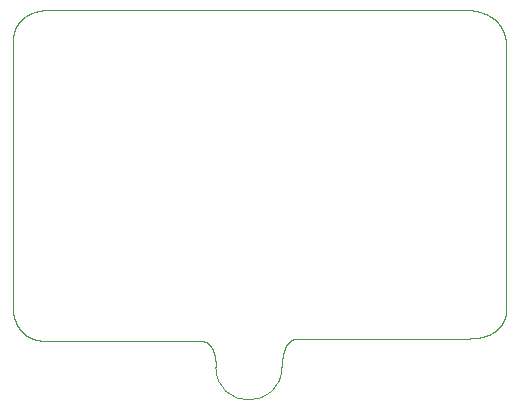
<source format=gbr>
%TF.GenerationSoftware,KiCad,Pcbnew,9.0.3+1*%
%TF.CreationDate,2025-09-03T21:21:14+02:00*%
%TF.ProjectId,Micro-VX,4d696372-6f2d-4565-982e-6b696361645f,rev?*%
%TF.SameCoordinates,Original*%
%TF.FileFunction,Profile,NP*%
%FSLAX46Y46*%
G04 Gerber Fmt 4.6, Leading zero omitted, Abs format (unit mm)*
G04 Created by KiCad (PCBNEW 9.0.3+1) date 2025-09-03 21:21:14*
%MOMM*%
%LPD*%
G01*
G04 APERTURE LIST*
%TA.AperFunction,Profile*%
%ADD10C,0.050000*%
%TD*%
%ADD11C,0.050000*%
G04 APERTURE END LIST*
D10*
X68943198Y-59934676D02*
X55143198Y-59934676D01*
D11*
X30343198Y-34934676D02*
X30343208Y-34925521D01*
X30343238Y-34916386D01*
X30343288Y-34907270D01*
X30343358Y-34898175D01*
X30343447Y-34889100D01*
X30343556Y-34880044D01*
X30343686Y-34871008D01*
X30343834Y-34861992D01*
X30344003Y-34852995D01*
X30344191Y-34844018D01*
X30344398Y-34835061D01*
X30344626Y-34826123D01*
X30344872Y-34817205D01*
X30345138Y-34808306D01*
X30345424Y-34799426D01*
X30345729Y-34790567D01*
X30346053Y-34781726D01*
X30346396Y-34772904D01*
X30346759Y-34764102D01*
X30347141Y-34755319D01*
X30347542Y-34746555D01*
X30347962Y-34737811D01*
X30348401Y-34729085D01*
X30348860Y-34720379D01*
X30349337Y-34711691D01*
X30349833Y-34703022D01*
X30350349Y-34694372D01*
X30350883Y-34685742D01*
X30351436Y-34677129D01*
X30352007Y-34668536D01*
X30352598Y-34659961D01*
X30353207Y-34651406D01*
X30353835Y-34642868D01*
X30354482Y-34634350D01*
X30355147Y-34625850D01*
X30355831Y-34617369D01*
X30356534Y-34608905D01*
X30357254Y-34600461D01*
X30357994Y-34592034D01*
X30358752Y-34583627D01*
X30359528Y-34575237D01*
X30360323Y-34566866D01*
X30361136Y-34558513D01*
X30361967Y-34550178D01*
X30362816Y-34541861D01*
X30363684Y-34533563D01*
X30364570Y-34525282D01*
X30365474Y-34517020D01*
X30366396Y-34508775D01*
X30367337Y-34500549D01*
X30368295Y-34492340D01*
X30369271Y-34484150D01*
X30370266Y-34475977D01*
X30371278Y-34467822D01*
X30372309Y-34459684D01*
X30373357Y-34451565D01*
X30374423Y-34443463D01*
X30375506Y-34435379D01*
X30376608Y-34427311D01*
X30377728Y-34419263D01*
X30378865Y-34411230D01*
X30380020Y-34403217D01*
X30381192Y-34395219D01*
X30382382Y-34387240D01*
X30383590Y-34379278D01*
X30384815Y-34371334D01*
X30386058Y-34363405D01*
X30387319Y-34355496D01*
X30388597Y-34347602D01*
X30389892Y-34339726D01*
X30391205Y-34331867D01*
X30392535Y-34324026D01*
X30393883Y-34316200D01*
X30395247Y-34308393D01*
X30396630Y-34300601D01*
X30398029Y-34292828D01*
X30399446Y-34285070D01*
X30400880Y-34277331D01*
X30402331Y-34269607D01*
X30403800Y-34261901D01*
X30405285Y-34254210D01*
X30406788Y-34246538D01*
X30408308Y-34238880D01*
X30409844Y-34231241D01*
X30411398Y-34223617D01*
X30412969Y-34216011D01*
X30414557Y-34208419D01*
X30416162Y-34200846D01*
X30417784Y-34193288D01*
X30419422Y-34185747D01*
X30421078Y-34178222D01*
X30422750Y-34170714D01*
X30424439Y-34163221D01*
X30426145Y-34155746D01*
X30427868Y-34148285D01*
X30429608Y-34140842D01*
X30431364Y-34133413D01*
X30433137Y-34126003D01*
X30434927Y-34118606D01*
X30436733Y-34111228D01*
X30438557Y-34103863D01*
X30440396Y-34096517D01*
X30442253Y-34089184D01*
X30444126Y-34081869D01*
X30446015Y-34074568D01*
X30447921Y-34067285D01*
X30449844Y-34060015D01*
X30451783Y-34052764D01*
X30453739Y-34045526D01*
X30455710Y-34038306D01*
X30457699Y-34031098D01*
X30459704Y-34023910D01*
X30461725Y-34016733D01*
X30463763Y-34009576D01*
X30465817Y-34002431D01*
X30467887Y-33995304D01*
X30469974Y-33988189D01*
X30472077Y-33981093D01*
X30474196Y-33974010D01*
X30476331Y-33966944D01*
X30478484Y-33959891D01*
X30480651Y-33952856D01*
X30482836Y-33945833D01*
X30485036Y-33938829D01*
X30489485Y-33924862D01*
X30493999Y-33910955D01*
X30498578Y-33897109D01*
X30503220Y-33883322D01*
X30507927Y-33869594D01*
X30512699Y-33855926D01*
X30517534Y-33842317D01*
X30522433Y-33828766D01*
X30527395Y-33815274D01*
X30532422Y-33801839D01*
X30537512Y-33788463D01*
X30542665Y-33775144D01*
X30547882Y-33761883D01*
X30553162Y-33748679D01*
X30558506Y-33735532D01*
X30563912Y-33722441D01*
X30569382Y-33709407D01*
X30574915Y-33696429D01*
X30580510Y-33683507D01*
X30586168Y-33670641D01*
X30591890Y-33657830D01*
X30597674Y-33645074D01*
X30603520Y-33632374D01*
X30609429Y-33619728D01*
X30615401Y-33607137D01*
X30621436Y-33594600D01*
X30627533Y-33582118D01*
X30633692Y-33569689D01*
X30639914Y-33557314D01*
X30646198Y-33544993D01*
X30652545Y-33532725D01*
X30658954Y-33520510D01*
X30665425Y-33508349D01*
X30671959Y-33496239D01*
X30678555Y-33484183D01*
X30685214Y-33472179D01*
X30691935Y-33460227D01*
X30698718Y-33448327D01*
X30705563Y-33436479D01*
X30712471Y-33424682D01*
X30719441Y-33412937D01*
X30726474Y-33401243D01*
X30733569Y-33389601D01*
X30740727Y-33378009D01*
X30747946Y-33366468D01*
X30755229Y-33354978D01*
X30762574Y-33343538D01*
X30769981Y-33332149D01*
X30777451Y-33320810D01*
X30784984Y-33309521D01*
X30792579Y-33298281D01*
X30800237Y-33287092D01*
X30807958Y-33275952D01*
X30815741Y-33264862D01*
X30823588Y-33253820D01*
X30831497Y-33242829D01*
X30839470Y-33231886D01*
X30847505Y-33220992D01*
X30855604Y-33210147D01*
X30863766Y-33199351D01*
X30871991Y-33188603D01*
X30880280Y-33177904D01*
X30888632Y-33167254D01*
X30897047Y-33156652D01*
X30905526Y-33146098D01*
X30914069Y-33135592D01*
X30922676Y-33125134D01*
X30931346Y-33114724D01*
X30940081Y-33104362D01*
X30948879Y-33094048D01*
X30957742Y-33083782D01*
X30966669Y-33073563D01*
X30975661Y-33063392D01*
X30984717Y-33053269D01*
X30993837Y-33043193D01*
X31003022Y-33033164D01*
X31012272Y-33023183D01*
X31021587Y-33013249D01*
X31030967Y-33003363D01*
X31040413Y-32993524D01*
X31049923Y-32983731D01*
X31059499Y-32973987D01*
X31069141Y-32964289D01*
X31078848Y-32954639D01*
X31088621Y-32945035D01*
X31098459Y-32935479D01*
X31108364Y-32925970D01*
X31118335Y-32916508D01*
X31128372Y-32907093D01*
X31138476Y-32897725D01*
X31148646Y-32888404D01*
X31158883Y-32879131D01*
X31169187Y-32869905D01*
X31179558Y-32860725D01*
X31189995Y-32851593D01*
X31200500Y-32842508D01*
X31211073Y-32833471D01*
X31221712Y-32824481D01*
X31232420Y-32815538D01*
X31243195Y-32806642D01*
X31254038Y-32797794D01*
X31264949Y-32788993D01*
X31275928Y-32780240D01*
X31286975Y-32771535D01*
X31298091Y-32762877D01*
X31309275Y-32754267D01*
X31320528Y-32745705D01*
X31331850Y-32737190D01*
X31343241Y-32728724D01*
X31354700Y-32720306D01*
X31366229Y-32711936D01*
X31377827Y-32703614D01*
X31389495Y-32695341D01*
X31401232Y-32687116D01*
X31413038Y-32678940D01*
X31424914Y-32670812D01*
X31436860Y-32662734D01*
X31448876Y-32654704D01*
X31460962Y-32646724D01*
X31473119Y-32638793D01*
X31485345Y-32630911D01*
X31497642Y-32623079D01*
X31510009Y-32615296D01*
X31522446Y-32607564D01*
X31534954Y-32599881D01*
X31547533Y-32592249D01*
X31560182Y-32584667D01*
X31572902Y-32577135D01*
X31585693Y-32569654D01*
X31598555Y-32562225D01*
X31611487Y-32554846D01*
X31624491Y-32547519D01*
X31637565Y-32540243D01*
X31650710Y-32533019D01*
X31663927Y-32525847D01*
X31677214Y-32518727D01*
X31690572Y-32511660D01*
X31704002Y-32504645D01*
X31717502Y-32497683D01*
X31731073Y-32490774D01*
X31744715Y-32483918D01*
X31758428Y-32477116D01*
X31772211Y-32470368D01*
X31786065Y-32463674D01*
X31799990Y-32457034D01*
X31813985Y-32450450D01*
X31828051Y-32443920D01*
X31842187Y-32437445D01*
X31856392Y-32431025D01*
X31870668Y-32424662D01*
X31885014Y-32418355D01*
X31899429Y-32412104D01*
X31913913Y-32405910D01*
X31928467Y-32399772D01*
X31943089Y-32393693D01*
X31957781Y-32387670D01*
X31972540Y-32381706D01*
X31987367Y-32375801D01*
X32002262Y-32369954D01*
X32017225Y-32364166D01*
X32032254Y-32358438D01*
X32047350Y-32352769D01*
X32062512Y-32347161D01*
X32077739Y-32341613D01*
X32093032Y-32336126D01*
X32108389Y-32330700D01*
X32123811Y-32325336D01*
X32139296Y-32320035D01*
X32154843Y-32314796D01*
X32170453Y-32309619D01*
X32186124Y-32304507D01*
X32201856Y-32299458D01*
X32217648Y-32294473D01*
X32233498Y-32289553D01*
X32249407Y-32284698D01*
X32265373Y-32279909D01*
X32281396Y-32275186D01*
X32297473Y-32270529D01*
X32313604Y-32265940D01*
X32329788Y-32261418D01*
X32346024Y-32256964D01*
X32362310Y-32252579D01*
X32378645Y-32248263D01*
X32395027Y-32244016D01*
X32411454Y-32239839D01*
X32427926Y-32235733D01*
X32444440Y-32231698D01*
X32460995Y-32227735D01*
X32477588Y-32223845D01*
X32494217Y-32220027D01*
X32510881Y-32216282D01*
X32527576Y-32212612D01*
X32544300Y-32209016D01*
X32561051Y-32205496D01*
X32577826Y-32202051D01*
X32594621Y-32198683D01*
X32611434Y-32195392D01*
X32628261Y-32192179D01*
X32645098Y-32189044D01*
X32661942Y-32185989D01*
X32678788Y-32183013D01*
X32695633Y-32180118D01*
X32712470Y-32177304D01*
X32729295Y-32174572D01*
X32746103Y-32171922D01*
X32762887Y-32169356D01*
X32779641Y-32166874D01*
X32796358Y-32164478D01*
X32813031Y-32162166D01*
X32829651Y-32159942D01*
X32846210Y-32157804D01*
X32862698Y-32155755D01*
X32879104Y-32153795D01*
X32895416Y-32151925D01*
X32911622Y-32150145D01*
X32927707Y-32148457D01*
X32943655Y-32146862D01*
X32959447Y-32145360D01*
X32975065Y-32143953D01*
X32990484Y-32142641D01*
X33005678Y-32141426D01*
X33020616Y-32140308D01*
X33035263Y-32139288D01*
X33049575Y-32138368D01*
X33063500Y-32137548D01*
X33076974Y-32136830D01*
X33089917Y-32136215D01*
X33102219Y-32135703D01*
X33113735Y-32135295D01*
X33124244Y-32134991D01*
X33133383Y-32134792D01*
X33140426Y-32134693D01*
X33143198Y-32134676D01*
X53143198Y-62334676D02*
X53143208Y-62322696D01*
X53143238Y-62310756D01*
X53143288Y-62298856D01*
X53143357Y-62286995D01*
X53143447Y-62275174D01*
X53143556Y-62263393D01*
X53143684Y-62251652D01*
X53143832Y-62239949D01*
X53144000Y-62228286D01*
X53144187Y-62216663D01*
X53144393Y-62205078D01*
X53144619Y-62193533D01*
X53144864Y-62182027D01*
X53145128Y-62170560D01*
X53145411Y-62159131D01*
X53145713Y-62147741D01*
X53146034Y-62136390D01*
X53146374Y-62125078D01*
X53146732Y-62113804D01*
X53147110Y-62102568D01*
X53147506Y-62091371D01*
X53147921Y-62080213D01*
X53148354Y-62069092D01*
X53148806Y-62058009D01*
X53149276Y-62046965D01*
X53149765Y-62035958D01*
X53150272Y-62024990D01*
X53150797Y-62014059D01*
X53151340Y-62003166D01*
X53151901Y-61992310D01*
X53152481Y-61981492D01*
X53153078Y-61970712D01*
X53153694Y-61959968D01*
X53154327Y-61949263D01*
X53154978Y-61938594D01*
X53155647Y-61927963D01*
X53156333Y-61917368D01*
X53157037Y-61906811D01*
X53157759Y-61896290D01*
X53158498Y-61885806D01*
X53159255Y-61875359D01*
X53160029Y-61864949D01*
X53160820Y-61854575D01*
X53161628Y-61844238D01*
X53162454Y-61833937D01*
X53163297Y-61823672D01*
X53164156Y-61813444D01*
X53165033Y-61803252D01*
X53165927Y-61793095D01*
X53166837Y-61782976D01*
X53167765Y-61772891D01*
X53168709Y-61762843D01*
X53169670Y-61752830D01*
X53170647Y-61742854D01*
X53171641Y-61732912D01*
X53172652Y-61723007D01*
X53173679Y-61713136D01*
X53174722Y-61703302D01*
X53175782Y-61693502D01*
X53176858Y-61683738D01*
X53177950Y-61674008D01*
X53179058Y-61664314D01*
X53180183Y-61654654D01*
X53181323Y-61645031D01*
X53182480Y-61635440D01*
X53183652Y-61625886D01*
X53184840Y-61616365D01*
X53186044Y-61606881D01*
X53187264Y-61597429D01*
X53188500Y-61588013D01*
X53189751Y-61578630D01*
X53191017Y-61569282D01*
X53192299Y-61559968D01*
X53193597Y-61550689D01*
X53194910Y-61541442D01*
X53196238Y-61532231D01*
X53197582Y-61523052D01*
X53198941Y-61513909D01*
X53200315Y-61504798D01*
X53201704Y-61495722D01*
X53203108Y-61486678D01*
X53204527Y-61477669D01*
X53205962Y-61468692D01*
X53207411Y-61459749D01*
X53208874Y-61450839D01*
X53210353Y-61441963D01*
X53211846Y-61433119D01*
X53213354Y-61424309D01*
X53214877Y-61415531D01*
X53216414Y-61406787D01*
X53217966Y-61398074D01*
X53219532Y-61389396D01*
X53221113Y-61380748D01*
X53222707Y-61372135D01*
X53224317Y-61363553D01*
X53225940Y-61355005D01*
X53227578Y-61346487D01*
X53229229Y-61338003D01*
X53230895Y-61329550D01*
X53232575Y-61321131D01*
X53234268Y-61312741D01*
X53235976Y-61304386D01*
X53237698Y-61296061D01*
X53239433Y-61287769D01*
X53241182Y-61279507D01*
X53242944Y-61271279D01*
X53244721Y-61263080D01*
X53246511Y-61254915D01*
X53248315Y-61246780D01*
X53250131Y-61238677D01*
X53251962Y-61230604D01*
X53253806Y-61222564D01*
X53255663Y-61214553D01*
X53257533Y-61206576D01*
X53259417Y-61198627D01*
X53261314Y-61190711D01*
X53263224Y-61182824D01*
X53265147Y-61174970D01*
X53267083Y-61167144D01*
X53269032Y-61159351D01*
X53270994Y-61151587D01*
X53272969Y-61143855D01*
X53274957Y-61136151D01*
X53276957Y-61128480D01*
X53278971Y-61120837D01*
X53280997Y-61113226D01*
X53283035Y-61105643D01*
X53285086Y-61098093D01*
X53287150Y-61090570D01*
X53289226Y-61083079D01*
X53291315Y-61075616D01*
X53293416Y-61068185D01*
X53295530Y-61060781D01*
X53297655Y-61053409D01*
X53299793Y-61046064D01*
X53301943Y-61038751D01*
X53304106Y-61031465D01*
X53306280Y-61024211D01*
X53308467Y-61016983D01*
X53310665Y-61009788D01*
X53312876Y-61002618D01*
X53315098Y-60995481D01*
X53317333Y-60988369D01*
X53319578Y-60981290D01*
X53321837Y-60974236D01*
X53324106Y-60967214D01*
X53326388Y-60960218D01*
X53328680Y-60953253D01*
X53330986Y-60946314D01*
X53333301Y-60939406D01*
X53335630Y-60932523D01*
X53337968Y-60925672D01*
X53340320Y-60918847D01*
X53342681Y-60912052D01*
X53345055Y-60905283D01*
X53347439Y-60898544D01*
X53349836Y-60891831D01*
X53352242Y-60885148D01*
X53354661Y-60878490D01*
X53357090Y-60871864D01*
X53359531Y-60865261D01*
X53361982Y-60858690D01*
X53364445Y-60852143D01*
X53366918Y-60845627D01*
X53369403Y-60839134D01*
X53371898Y-60832673D01*
X53374405Y-60826235D01*
X53376921Y-60819829D01*
X53379450Y-60813446D01*
X53381988Y-60807093D01*
X53384537Y-60800764D01*
X53387096Y-60794466D01*
X53389668Y-60788190D01*
X53392248Y-60781946D01*
X53394840Y-60775724D01*
X53397441Y-60769533D01*
X53400054Y-60763365D01*
X53402676Y-60757227D01*
X53405310Y-60751112D01*
X53407953Y-60745027D01*
X53410607Y-60738965D01*
X53413270Y-60732933D01*
X53415945Y-60726923D01*
X53418629Y-60720944D01*
X53421324Y-60714986D01*
X53424028Y-60709059D01*
X53426743Y-60703154D01*
X53429467Y-60697278D01*
X53432202Y-60691425D01*
X53434946Y-60685602D01*
X53437701Y-60679800D01*
X53440464Y-60674028D01*
X53443240Y-60668277D01*
X53446022Y-60662556D01*
X53448817Y-60656857D01*
X53451619Y-60651187D01*
X53454433Y-60645539D01*
X53457255Y-60639920D01*
X53460088Y-60634322D01*
X53462929Y-60628753D01*
X53465782Y-60623206D01*
X53468641Y-60617688D01*
X53471513Y-60612190D01*
X53474392Y-60606722D01*
X53477282Y-60601274D01*
X53480179Y-60595856D01*
X53483089Y-60590458D01*
X53486005Y-60585090D01*
X53488933Y-60579741D01*
X53491867Y-60574422D01*
X53494813Y-60569123D01*
X53497766Y-60563853D01*
X53503702Y-60553381D01*
X53509674Y-60543007D01*
X53515682Y-60532731D01*
X53521725Y-60522550D01*
X53527804Y-60512466D01*
X53533919Y-60502477D01*
X53540068Y-60492584D01*
X53546253Y-60482786D01*
X53552472Y-60473082D01*
X53558725Y-60463472D01*
X53565012Y-60453956D01*
X53571333Y-60444533D01*
X53577688Y-60435203D01*
X53584075Y-60425965D01*
X53590496Y-60416819D01*
X53596950Y-60407765D01*
X53603437Y-60398802D01*
X53609956Y-60389931D01*
X53616507Y-60381150D01*
X53623090Y-60372459D01*
X53629705Y-60363858D01*
X53636352Y-60355346D01*
X53643030Y-60346924D01*
X53649739Y-60338590D01*
X53656478Y-60330345D01*
X53663249Y-60322189D01*
X53670050Y-60314120D01*
X53676881Y-60306139D01*
X53683742Y-60298245D01*
X53690633Y-60290438D01*
X53697554Y-60282718D01*
X53704504Y-60275084D01*
X53711483Y-60267536D01*
X53718491Y-60260074D01*
X53725527Y-60252698D01*
X53732592Y-60245408D01*
X53739686Y-60238202D01*
X53746807Y-60231081D01*
X53753956Y-60224045D01*
X53761133Y-60217094D01*
X53768337Y-60210227D01*
X53775568Y-60203443D01*
X53782826Y-60196744D01*
X53790110Y-60190128D01*
X53797421Y-60183596D01*
X53804758Y-60177147D01*
X53812120Y-60170782D01*
X53819508Y-60164499D01*
X53826922Y-60158299D01*
X53834360Y-60152182D01*
X53841823Y-60146148D01*
X53849310Y-60140196D01*
X53856821Y-60134326D01*
X53864356Y-60128539D01*
X53871914Y-60122834D01*
X53879495Y-60117211D01*
X53887099Y-60111670D01*
X53894725Y-60106211D01*
X53902373Y-60100834D01*
X53910043Y-60095540D01*
X53917733Y-60090327D01*
X53925445Y-60085196D01*
X53933176Y-60080147D01*
X53940927Y-60075179D01*
X53948697Y-60070294D01*
X53956485Y-60065491D01*
X53964292Y-60060770D01*
X53972116Y-60056131D01*
X53979957Y-60051574D01*
X53987814Y-60047100D01*
X53995687Y-60042708D01*
X54003574Y-60038398D01*
X54011476Y-60034171D01*
X54019391Y-60030027D01*
X54027318Y-60025965D01*
X54035256Y-60021987D01*
X54043206Y-60018092D01*
X54051164Y-60014281D01*
X54059131Y-60010553D01*
X54067106Y-60006909D01*
X54075087Y-60003349D01*
X54083072Y-59999873D01*
X54091061Y-59996483D01*
X54099052Y-59993177D01*
X54107043Y-59989956D01*
X54115033Y-59986821D01*
X54123021Y-59983772D01*
X54131003Y-59980810D01*
X54138978Y-59977934D01*
X54146944Y-59975145D01*
X54154898Y-59972443D01*
X54162838Y-59969830D01*
X54170761Y-59967304D01*
X54178664Y-59964868D01*
X54186544Y-59962521D01*
X54194397Y-59960264D01*
X54202219Y-59958097D01*
X54210005Y-59956022D01*
X54217752Y-59954038D01*
X54225454Y-59952146D01*
X54233104Y-59950347D01*
X54240698Y-59948641D01*
X54248226Y-59947030D01*
X54255682Y-59945514D01*
X54263056Y-59944093D01*
X54270338Y-59942769D01*
X54277516Y-59941542D01*
X54284575Y-59940413D01*
X54291499Y-59939383D01*
X54298268Y-59938453D01*
X54304860Y-59937623D01*
X54311244Y-59936896D01*
X54317384Y-59936270D01*
X54323230Y-59935748D01*
X54328715Y-59935330D01*
X54333741Y-59935017D01*
X54338144Y-59934807D01*
X54341609Y-59934699D01*
X54343198Y-59934676D01*
X72143198Y-35334676D02*
X72143188Y-35324888D01*
X72143158Y-35315120D01*
X72143108Y-35305372D01*
X72143038Y-35295644D01*
X72142949Y-35285936D01*
X72142839Y-35276247D01*
X72142710Y-35266578D01*
X72142561Y-35256929D01*
X72142393Y-35247300D01*
X72142205Y-35237691D01*
X72141997Y-35228100D01*
X72141770Y-35218530D01*
X72141523Y-35208979D01*
X72141256Y-35199448D01*
X72140971Y-35189936D01*
X72140665Y-35180443D01*
X72140341Y-35170970D01*
X72139997Y-35161516D01*
X72139634Y-35152082D01*
X72139251Y-35142667D01*
X72138850Y-35133270D01*
X72138429Y-35123894D01*
X72137989Y-35114536D01*
X72137530Y-35105197D01*
X72137052Y-35095877D01*
X72136555Y-35086577D01*
X72136039Y-35077295D01*
X72135503Y-35068033D01*
X72134949Y-35058789D01*
X72134377Y-35049564D01*
X72133785Y-35040358D01*
X72133174Y-35031170D01*
X72132545Y-35022002D01*
X72131897Y-35012852D01*
X72131230Y-35003720D01*
X72130545Y-34994608D01*
X72129840Y-34985514D01*
X72129118Y-34976438D01*
X72128376Y-34967381D01*
X72127617Y-34958343D01*
X72126838Y-34949322D01*
X72126042Y-34940321D01*
X72125226Y-34931337D01*
X72124393Y-34922373D01*
X72123541Y-34913425D01*
X72122671Y-34904497D01*
X72121782Y-34895586D01*
X72120875Y-34886695D01*
X72119950Y-34877820D01*
X72119007Y-34868964D01*
X72118045Y-34860126D01*
X72117066Y-34851306D01*
X72116068Y-34842504D01*
X72115052Y-34833720D01*
X72114018Y-34824953D01*
X72112967Y-34816205D01*
X72111897Y-34807474D01*
X72110809Y-34798762D01*
X72109703Y-34790066D01*
X72108580Y-34781390D01*
X72107438Y-34772729D01*
X72106279Y-34764088D01*
X72105102Y-34755463D01*
X72103907Y-34746856D01*
X72102695Y-34738266D01*
X72101464Y-34729695D01*
X72100216Y-34721139D01*
X72098951Y-34712603D01*
X72097668Y-34704082D01*
X72096367Y-34695581D01*
X72095048Y-34687095D01*
X72093713Y-34678628D01*
X72092359Y-34670176D01*
X72090988Y-34661743D01*
X72089600Y-34653326D01*
X72088194Y-34644927D01*
X72086771Y-34636544D01*
X72085330Y-34628180D01*
X72083872Y-34619831D01*
X72082397Y-34611500D01*
X72080905Y-34603185D01*
X72079395Y-34594888D01*
X72077868Y-34586607D01*
X72076324Y-34578344D01*
X72074762Y-34570096D01*
X72073184Y-34561866D01*
X72071588Y-34553652D01*
X72069975Y-34545456D01*
X72068345Y-34537274D01*
X72066699Y-34529112D01*
X72065034Y-34520963D01*
X72063354Y-34512834D01*
X72061655Y-34504718D01*
X72059941Y-34496622D01*
X72058209Y-34488539D01*
X72056460Y-34480475D01*
X72054694Y-34472426D01*
X72052912Y-34464395D01*
X72051112Y-34456377D01*
X72049296Y-34448379D01*
X72047463Y-34440394D01*
X72045613Y-34432428D01*
X72043746Y-34424475D01*
X72041863Y-34416541D01*
X72039963Y-34408621D01*
X72038046Y-34400719D01*
X72036113Y-34392831D01*
X72034163Y-34384961D01*
X72032196Y-34377105D01*
X72030213Y-34369267D01*
X72028213Y-34361442D01*
X72026197Y-34353636D01*
X72024163Y-34345843D01*
X72022114Y-34338068D01*
X72020048Y-34330306D01*
X72017965Y-34322563D01*
X72015866Y-34314833D01*
X72013751Y-34307121D01*
X72011619Y-34299422D01*
X72009471Y-34291741D01*
X72007306Y-34284073D01*
X72005125Y-34276423D01*
X72002927Y-34268786D01*
X72000714Y-34261167D01*
X71998483Y-34253561D01*
X71996237Y-34245973D01*
X71993974Y-34238397D01*
X71991696Y-34230840D01*
X71989400Y-34223295D01*
X71987089Y-34215768D01*
X71984761Y-34208253D01*
X71982417Y-34200757D01*
X71980057Y-34193273D01*
X71977681Y-34185806D01*
X71972880Y-34170916D01*
X71968014Y-34156086D01*
X71963084Y-34141316D01*
X71958090Y-34126605D01*
X71953032Y-34111953D01*
X71947909Y-34097361D01*
X71942723Y-34082827D01*
X71937472Y-34068352D01*
X71932158Y-34053936D01*
X71926780Y-34039577D01*
X71921339Y-34025277D01*
X71915834Y-34011034D01*
X71910266Y-33996848D01*
X71904634Y-33982719D01*
X71898940Y-33968648D01*
X71893182Y-33954633D01*
X71887361Y-33940675D01*
X71881477Y-33926773D01*
X71875529Y-33912927D01*
X71869519Y-33899137D01*
X71863447Y-33885403D01*
X71857311Y-33871724D01*
X71851113Y-33858100D01*
X71844852Y-33844531D01*
X71838528Y-33831017D01*
X71832142Y-33817558D01*
X71825693Y-33804153D01*
X71819181Y-33790802D01*
X71812607Y-33777505D01*
X71805971Y-33764262D01*
X71799272Y-33751072D01*
X71792511Y-33737936D01*
X71785687Y-33724853D01*
X71778801Y-33711824D01*
X71771853Y-33698847D01*
X71764842Y-33685922D01*
X71757769Y-33673050D01*
X71750634Y-33660231D01*
X71743436Y-33647464D01*
X71736176Y-33634748D01*
X71728853Y-33622085D01*
X71721468Y-33609473D01*
X71714021Y-33596912D01*
X71706512Y-33584403D01*
X71698939Y-33571945D01*
X71691305Y-33559538D01*
X71683608Y-33547182D01*
X71675849Y-33534876D01*
X71668027Y-33522621D01*
X71660142Y-33510417D01*
X71652195Y-33498262D01*
X71644185Y-33486158D01*
X71636113Y-33474104D01*
X71627978Y-33462100D01*
X71619780Y-33450145D01*
X71611520Y-33438240D01*
X71603196Y-33426385D01*
X71594810Y-33414578D01*
X71586361Y-33402821D01*
X71577849Y-33391114D01*
X71569273Y-33379455D01*
X71560635Y-33367845D01*
X71551933Y-33356284D01*
X71543168Y-33344771D01*
X71534340Y-33333307D01*
X71525448Y-33321892D01*
X71516493Y-33310525D01*
X71507474Y-33299206D01*
X71498392Y-33287936D01*
X71489245Y-33276713D01*
X71480035Y-33265539D01*
X71470761Y-33254412D01*
X71461423Y-33243334D01*
X71452021Y-33232303D01*
X71442555Y-33221320D01*
X71433025Y-33210385D01*
X71423430Y-33199497D01*
X71413770Y-33188657D01*
X71404046Y-33177865D01*
X71394258Y-33167120D01*
X71384404Y-33156422D01*
X71374486Y-33145772D01*
X71364503Y-33135169D01*
X71354454Y-33124613D01*
X71344340Y-33114105D01*
X71334161Y-33103644D01*
X71323917Y-33093230D01*
X71313607Y-33082863D01*
X71303231Y-33072543D01*
X71292790Y-33062271D01*
X71282283Y-33052045D01*
X71271709Y-33041867D01*
X71261070Y-33031736D01*
X71250364Y-33021652D01*
X71239591Y-33011615D01*
X71228753Y-33001625D01*
X71217847Y-32991682D01*
X71206875Y-32981787D01*
X71195836Y-32971938D01*
X71184730Y-32962137D01*
X71173557Y-32952383D01*
X71162317Y-32942676D01*
X71151009Y-32933016D01*
X71139634Y-32923404D01*
X71128191Y-32913839D01*
X71116680Y-32904321D01*
X71105102Y-32894851D01*
X71093455Y-32885429D01*
X71081740Y-32876053D01*
X71069957Y-32866726D01*
X71058106Y-32857446D01*
X71046186Y-32848214D01*
X71034198Y-32839029D01*
X71022141Y-32829893D01*
X71010015Y-32820804D01*
X70997820Y-32811764D01*
X70985556Y-32802771D01*
X70973223Y-32793827D01*
X70960820Y-32784931D01*
X70948349Y-32776083D01*
X70935807Y-32767284D01*
X70923196Y-32758534D01*
X70910515Y-32749832D01*
X70897765Y-32741179D01*
X70884944Y-32732575D01*
X70872054Y-32724020D01*
X70859093Y-32715515D01*
X70846062Y-32707059D01*
X70832961Y-32698652D01*
X70819790Y-32690295D01*
X70806548Y-32681987D01*
X70793235Y-32673730D01*
X70779852Y-32665522D01*
X70766399Y-32657365D01*
X70752874Y-32649258D01*
X70739279Y-32641202D01*
X70725613Y-32633196D01*
X70711876Y-32625242D01*
X70698069Y-32617338D01*
X70684190Y-32609486D01*
X70670240Y-32601685D01*
X70656220Y-32593936D01*
X70642128Y-32586238D01*
X70627965Y-32578593D01*
X70613731Y-32571000D01*
X70599427Y-32563460D01*
X70585051Y-32555972D01*
X70570604Y-32548537D01*
X70556087Y-32541155D01*
X70541498Y-32533827D01*
X70526839Y-32526552D01*
X70512108Y-32519331D01*
X70497307Y-32512164D01*
X70482436Y-32505051D01*
X70467494Y-32497993D01*
X70452481Y-32490990D01*
X70437398Y-32484042D01*
X70422245Y-32477150D01*
X70407022Y-32470313D01*
X70391729Y-32463532D01*
X70376366Y-32456807D01*
X70360934Y-32450139D01*
X70345432Y-32443528D01*
X70329861Y-32436973D01*
X70314221Y-32430476D01*
X70298513Y-32424037D01*
X70282736Y-32417656D01*
X70266891Y-32411333D01*
X70250978Y-32405069D01*
X70234998Y-32398864D01*
X70218951Y-32392718D01*
X70202837Y-32386632D01*
X70186656Y-32380606D01*
X70170410Y-32374641D01*
X70154098Y-32368736D01*
X70137721Y-32362892D01*
X70121280Y-32357110D01*
X70104775Y-32351389D01*
X70088206Y-32345731D01*
X70071575Y-32340135D01*
X70054881Y-32334603D01*
X70038126Y-32329134D01*
X70021310Y-32323728D01*
X70004434Y-32318387D01*
X69987499Y-32313111D01*
X69970505Y-32307899D01*
X69953453Y-32302753D01*
X69936345Y-32297673D01*
X69919182Y-32292660D01*
X69901963Y-32287713D01*
X69884692Y-32282833D01*
X69867367Y-32278022D01*
X69849991Y-32273278D01*
X69832566Y-32268603D01*
X69815091Y-32263997D01*
X69797570Y-32259461D01*
X69780003Y-32254995D01*
X69762391Y-32250600D01*
X69744737Y-32246275D01*
X69727042Y-32242023D01*
X69709308Y-32237843D01*
X69691537Y-32233735D01*
X69673730Y-32229701D01*
X69655891Y-32225740D01*
X69638022Y-32221854D01*
X69620124Y-32218043D01*
X69602200Y-32214307D01*
X69584254Y-32210648D01*
X69566288Y-32207065D01*
X69548304Y-32203560D01*
X69530307Y-32200132D01*
X69512300Y-32196783D01*
X69494286Y-32193513D01*
X69476269Y-32190323D01*
X69458254Y-32187213D01*
X69440244Y-32184185D01*
X69422245Y-32181238D01*
X69404261Y-32178374D01*
X69386298Y-32175593D01*
X69368363Y-32172895D01*
X69350460Y-32170283D01*
X69332597Y-32167755D01*
X69314781Y-32165314D01*
X69297020Y-32162960D01*
X69279322Y-32160693D01*
X69261697Y-32158514D01*
X69244154Y-32156425D01*
X69226706Y-32154426D01*
X69209363Y-32152517D01*
X69192140Y-32150700D01*
X69175050Y-32148976D01*
X69158112Y-32147345D01*
X69141342Y-32145808D01*
X69124762Y-32144367D01*
X69108395Y-32143021D01*
X69092268Y-32141773D01*
X69076413Y-32140623D01*
X69060865Y-32139571D01*
X69045668Y-32138620D01*
X69030872Y-32137770D01*
X69016542Y-32137021D01*
X69002758Y-32136376D01*
X68989622Y-32135834D01*
X68977278Y-32135396D01*
X68965927Y-32135064D01*
X68955898Y-32134836D01*
X68947802Y-32134710D01*
X68943198Y-32134676D01*
X33143198Y-60134676D02*
X33134043Y-60134666D01*
X33124908Y-60134636D01*
X33115792Y-60134586D01*
X33106697Y-60134516D01*
X33097622Y-60134427D01*
X33088566Y-60134318D01*
X33079530Y-60134188D01*
X33070514Y-60134040D01*
X33061517Y-60133871D01*
X33052540Y-60133683D01*
X33043583Y-60133476D01*
X33034645Y-60133248D01*
X33025727Y-60133002D01*
X33016828Y-60132736D01*
X33007948Y-60132450D01*
X32999089Y-60132145D01*
X32990248Y-60131821D01*
X32981426Y-60131478D01*
X32972624Y-60131115D01*
X32963841Y-60130733D01*
X32955077Y-60130332D01*
X32946333Y-60129912D01*
X32937607Y-60129473D01*
X32928901Y-60129014D01*
X32920213Y-60128537D01*
X32911544Y-60128041D01*
X32902894Y-60127525D01*
X32894264Y-60126991D01*
X32885651Y-60126438D01*
X32877058Y-60125867D01*
X32868483Y-60125276D01*
X32859928Y-60124667D01*
X32851390Y-60124039D01*
X32842872Y-60123392D01*
X32834372Y-60122727D01*
X32825891Y-60122043D01*
X32817427Y-60121340D01*
X32808983Y-60120620D01*
X32800556Y-60119880D01*
X32792149Y-60119122D01*
X32783759Y-60118346D01*
X32775388Y-60117551D01*
X32767035Y-60116738D01*
X32758700Y-60115907D01*
X32750383Y-60115058D01*
X32742085Y-60114190D01*
X32733804Y-60113304D01*
X32725542Y-60112400D01*
X32717297Y-60111478D01*
X32709071Y-60110537D01*
X32700862Y-60109579D01*
X32692672Y-60108603D01*
X32684499Y-60107608D01*
X32676344Y-60106596D01*
X32668206Y-60105565D01*
X32660087Y-60104517D01*
X32651985Y-60103451D01*
X32643901Y-60102368D01*
X32635833Y-60101266D01*
X32627785Y-60100146D01*
X32619752Y-60099009D01*
X32611739Y-60097854D01*
X32603741Y-60096682D01*
X32595762Y-60095492D01*
X32587800Y-60094284D01*
X32579856Y-60093059D01*
X32571927Y-60091816D01*
X32564018Y-60090555D01*
X32556124Y-60089277D01*
X32548248Y-60087982D01*
X32540389Y-60086669D01*
X32532548Y-60085339D01*
X32524722Y-60083991D01*
X32516915Y-60082627D01*
X32509123Y-60081244D01*
X32501350Y-60079845D01*
X32493592Y-60078428D01*
X32485853Y-60076994D01*
X32478129Y-60075543D01*
X32470423Y-60074074D01*
X32462732Y-60072589D01*
X32455060Y-60071086D01*
X32447402Y-60069566D01*
X32439763Y-60068030D01*
X32432139Y-60066476D01*
X32424533Y-60064905D01*
X32416941Y-60063317D01*
X32409368Y-60061712D01*
X32401810Y-60060090D01*
X32394269Y-60058452D01*
X32386744Y-60056796D01*
X32379236Y-60055124D01*
X32371743Y-60053435D01*
X32364268Y-60051729D01*
X32356807Y-60050006D01*
X32349364Y-60048266D01*
X32341935Y-60046510D01*
X32334525Y-60044737D01*
X32327128Y-60042947D01*
X32319750Y-60041141D01*
X32312385Y-60039317D01*
X32305039Y-60037478D01*
X32297706Y-60035621D01*
X32290391Y-60033748D01*
X32283090Y-60031859D01*
X32275807Y-60029953D01*
X32268537Y-60028030D01*
X32261286Y-60026091D01*
X32254048Y-60024135D01*
X32246828Y-60022164D01*
X32239620Y-60020175D01*
X32232432Y-60018170D01*
X32225255Y-60016149D01*
X32218098Y-60014111D01*
X32210953Y-60012057D01*
X32203826Y-60009987D01*
X32196711Y-60007900D01*
X32189615Y-60005797D01*
X32182532Y-60003678D01*
X32175466Y-60001543D01*
X32168413Y-59999390D01*
X32161378Y-59997223D01*
X32154355Y-59995038D01*
X32147351Y-59992838D01*
X32133384Y-59988389D01*
X32119477Y-59983875D01*
X32105631Y-59979296D01*
X32091844Y-59974654D01*
X32078116Y-59969947D01*
X32064448Y-59965175D01*
X32050839Y-59960340D01*
X32037288Y-59955441D01*
X32023796Y-59950479D01*
X32010361Y-59945452D01*
X31996985Y-59940362D01*
X31983666Y-59935209D01*
X31970405Y-59929992D01*
X31957201Y-59924712D01*
X31944054Y-59919368D01*
X31930963Y-59913962D01*
X31917929Y-59908492D01*
X31904951Y-59902959D01*
X31892029Y-59897364D01*
X31879163Y-59891706D01*
X31866352Y-59885984D01*
X31853596Y-59880200D01*
X31840896Y-59874354D01*
X31828250Y-59868445D01*
X31815659Y-59862473D01*
X31803122Y-59856438D01*
X31790640Y-59850341D01*
X31778211Y-59844182D01*
X31765836Y-59837960D01*
X31753515Y-59831676D01*
X31741247Y-59825329D01*
X31729032Y-59818920D01*
X31716871Y-59812449D01*
X31704761Y-59805915D01*
X31692705Y-59799319D01*
X31680701Y-59792660D01*
X31668749Y-59785939D01*
X31656849Y-59779156D01*
X31645001Y-59772311D01*
X31633204Y-59765403D01*
X31621459Y-59758433D01*
X31609765Y-59751400D01*
X31598123Y-59744305D01*
X31586531Y-59737147D01*
X31574990Y-59729928D01*
X31563500Y-59722645D01*
X31552060Y-59715300D01*
X31540671Y-59707893D01*
X31529332Y-59700423D01*
X31518043Y-59692890D01*
X31506803Y-59685295D01*
X31495614Y-59677637D01*
X31484474Y-59669916D01*
X31473384Y-59662133D01*
X31462342Y-59654286D01*
X31451351Y-59646377D01*
X31440408Y-59638404D01*
X31429514Y-59630369D01*
X31418669Y-59622270D01*
X31407873Y-59614108D01*
X31397125Y-59605883D01*
X31386426Y-59597594D01*
X31375776Y-59589242D01*
X31365174Y-59580827D01*
X31354620Y-59572348D01*
X31344114Y-59563805D01*
X31333656Y-59555198D01*
X31323246Y-59546528D01*
X31312884Y-59537793D01*
X31302570Y-59528995D01*
X31292304Y-59520132D01*
X31282085Y-59511205D01*
X31271914Y-59502213D01*
X31261791Y-59493157D01*
X31251715Y-59484037D01*
X31241686Y-59474852D01*
X31231705Y-59465602D01*
X31221771Y-59456287D01*
X31211885Y-59446907D01*
X31202046Y-59437461D01*
X31192253Y-59427951D01*
X31182509Y-59418375D01*
X31172811Y-59408733D01*
X31163161Y-59399026D01*
X31153557Y-59389253D01*
X31144001Y-59379415D01*
X31134492Y-59369510D01*
X31125030Y-59359539D01*
X31115615Y-59349502D01*
X31106247Y-59339398D01*
X31096926Y-59329228D01*
X31087653Y-59318991D01*
X31078427Y-59308687D01*
X31069247Y-59298316D01*
X31060115Y-59287879D01*
X31051030Y-59277374D01*
X31041993Y-59266801D01*
X31033003Y-59256162D01*
X31024060Y-59245454D01*
X31015164Y-59234679D01*
X31006316Y-59223836D01*
X30997515Y-59212925D01*
X30988762Y-59201946D01*
X30980057Y-59190899D01*
X30971399Y-59179783D01*
X30962789Y-59168599D01*
X30954227Y-59157346D01*
X30945712Y-59146024D01*
X30937246Y-59134633D01*
X30928828Y-59123174D01*
X30920458Y-59111645D01*
X30912136Y-59100047D01*
X30903863Y-59088379D01*
X30895638Y-59076642D01*
X30887462Y-59064836D01*
X30879334Y-59052960D01*
X30871256Y-59041014D01*
X30863226Y-59028998D01*
X30855246Y-59016912D01*
X30847315Y-59004755D01*
X30839433Y-58992529D01*
X30831601Y-58980232D01*
X30823818Y-58967865D01*
X30816086Y-58955428D01*
X30808403Y-58942920D01*
X30800771Y-58930341D01*
X30793189Y-58917692D01*
X30785657Y-58904972D01*
X30778176Y-58892181D01*
X30770747Y-58879319D01*
X30763368Y-58866387D01*
X30756041Y-58853383D01*
X30748765Y-58840309D01*
X30741541Y-58827164D01*
X30734369Y-58813947D01*
X30727249Y-58800660D01*
X30720182Y-58787302D01*
X30713167Y-58773872D01*
X30706205Y-58760372D01*
X30699296Y-58746801D01*
X30692440Y-58733159D01*
X30685638Y-58719446D01*
X30678890Y-58705663D01*
X30672196Y-58691809D01*
X30665556Y-58677884D01*
X30658972Y-58663889D01*
X30652442Y-58649823D01*
X30645967Y-58635687D01*
X30639547Y-58621482D01*
X30633184Y-58607206D01*
X30626877Y-58592860D01*
X30620626Y-58578445D01*
X30614432Y-58563961D01*
X30608294Y-58549407D01*
X30602215Y-58534785D01*
X30596192Y-58520093D01*
X30590228Y-58505334D01*
X30584323Y-58490507D01*
X30578476Y-58475612D01*
X30572688Y-58460649D01*
X30566960Y-58445620D01*
X30561291Y-58430524D01*
X30555683Y-58415362D01*
X30550135Y-58400135D01*
X30544648Y-58384842D01*
X30539222Y-58369485D01*
X30533858Y-58354063D01*
X30528557Y-58338578D01*
X30523318Y-58323031D01*
X30518141Y-58307421D01*
X30513029Y-58291750D01*
X30507980Y-58276018D01*
X30502995Y-58260226D01*
X30498075Y-58244376D01*
X30493220Y-58228467D01*
X30488431Y-58212501D01*
X30483708Y-58196478D01*
X30479051Y-58180401D01*
X30474462Y-58164270D01*
X30469940Y-58148086D01*
X30465486Y-58131850D01*
X30461101Y-58115564D01*
X30456785Y-58099229D01*
X30452538Y-58082847D01*
X30448361Y-58066420D01*
X30444255Y-58049948D01*
X30440220Y-58033434D01*
X30436257Y-58016879D01*
X30432367Y-58000286D01*
X30428549Y-57983657D01*
X30424804Y-57966993D01*
X30421134Y-57950298D01*
X30417538Y-57933574D01*
X30414018Y-57916823D01*
X30410573Y-57900048D01*
X30407205Y-57883253D01*
X30403914Y-57866440D01*
X30400701Y-57849613D01*
X30397566Y-57832776D01*
X30394511Y-57815932D01*
X30391535Y-57799086D01*
X30388640Y-57782241D01*
X30385826Y-57765404D01*
X30383094Y-57748579D01*
X30380444Y-57731771D01*
X30377878Y-57714987D01*
X30375396Y-57698233D01*
X30373000Y-57681516D01*
X30370688Y-57664843D01*
X30368464Y-57648223D01*
X30366326Y-57631664D01*
X30364277Y-57615176D01*
X30362317Y-57598770D01*
X30360447Y-57582458D01*
X30358667Y-57566252D01*
X30356979Y-57550167D01*
X30355384Y-57534219D01*
X30353882Y-57518427D01*
X30352475Y-57502809D01*
X30351163Y-57487390D01*
X30349948Y-57472196D01*
X30348830Y-57457258D01*
X30347810Y-57442611D01*
X30346890Y-57428299D01*
X30346070Y-57414374D01*
X30345352Y-57400900D01*
X30344737Y-57387957D01*
X30344225Y-57375655D01*
X30343817Y-57364139D01*
X30343513Y-57353630D01*
X30343314Y-57344491D01*
X30343215Y-57337448D01*
X30343198Y-57334676D01*
D10*
X30343198Y-57334676D02*
X30343198Y-34934676D01*
X35143198Y-60134676D02*
X33143198Y-60134676D01*
X68943198Y-32134676D02*
X33143198Y-32134676D01*
X54343198Y-59934676D02*
X55143198Y-59934676D01*
X46343198Y-60134676D02*
X35143198Y-60134676D01*
D11*
X47543198Y-62334676D02*
X47543188Y-62323694D01*
X47543158Y-62312749D01*
X47543108Y-62301841D01*
X47543039Y-62290969D01*
X47542949Y-62280133D01*
X47542840Y-62269333D01*
X47542712Y-62258570D01*
X47542564Y-62247843D01*
X47542396Y-62237152D01*
X47542209Y-62226497D01*
X47542003Y-62215878D01*
X47541777Y-62205294D01*
X47541532Y-62194747D01*
X47541268Y-62184235D01*
X47540985Y-62173758D01*
X47540683Y-62163318D01*
X47540362Y-62152912D01*
X47540022Y-62142542D01*
X47539664Y-62132207D01*
X47539286Y-62121908D01*
X47538890Y-62111643D01*
X47538475Y-62101413D01*
X47538042Y-62091219D01*
X47537590Y-62081059D01*
X47537120Y-62070934D01*
X47536631Y-62060844D01*
X47536124Y-62050788D01*
X47535599Y-62040768D01*
X47535055Y-62030781D01*
X47534494Y-62020829D01*
X47533914Y-62010911D01*
X47533317Y-62001028D01*
X47532701Y-61991179D01*
X47532068Y-61981364D01*
X47531417Y-61971582D01*
X47530748Y-61961835D01*
X47530061Y-61952122D01*
X47529357Y-61942443D01*
X47528635Y-61932796D01*
X47527896Y-61923185D01*
X47527139Y-61913606D01*
X47526365Y-61904061D01*
X47525573Y-61894549D01*
X47524765Y-61885071D01*
X47523939Y-61875625D01*
X47523096Y-61866214D01*
X47522235Y-61856835D01*
X47521358Y-61847489D01*
X47520464Y-61838176D01*
X47519553Y-61828897D01*
X47518625Y-61819649D01*
X47517681Y-61810435D01*
X47516719Y-61801253D01*
X47515741Y-61792104D01*
X47514747Y-61782987D01*
X47513736Y-61773903D01*
X47512708Y-61764851D01*
X47511664Y-61755832D01*
X47510603Y-61746844D01*
X47509527Y-61737889D01*
X47508434Y-61728965D01*
X47507325Y-61720074D01*
X47506199Y-61711215D01*
X47505058Y-61702388D01*
X47503900Y-61693591D01*
X47502727Y-61684828D01*
X47501538Y-61676095D01*
X47500333Y-61667394D01*
X47499112Y-61658724D01*
X47497875Y-61650087D01*
X47496623Y-61641479D01*
X47495355Y-61632904D01*
X47494071Y-61624359D01*
X47492772Y-61615846D01*
X47491458Y-61607363D01*
X47490128Y-61598913D01*
X47488782Y-61590491D01*
X47487422Y-61582102D01*
X47486046Y-61573743D01*
X47484655Y-61565415D01*
X47483249Y-61557116D01*
X47481828Y-61548850D01*
X47480391Y-61540612D01*
X47478940Y-61532406D01*
X47477474Y-61524229D01*
X47475993Y-61516084D01*
X47474497Y-61507967D01*
X47472987Y-61499882D01*
X47471462Y-61491826D01*
X47469922Y-61483801D01*
X47468367Y-61475804D01*
X47466798Y-61467838D01*
X47465215Y-61459901D01*
X47463617Y-61451995D01*
X47462004Y-61444116D01*
X47460378Y-61436269D01*
X47458737Y-61428450D01*
X47457082Y-61420662D01*
X47455412Y-61412901D01*
X47453729Y-61405171D01*
X47452031Y-61397469D01*
X47450320Y-61389797D01*
X47448594Y-61382153D01*
X47446855Y-61374539D01*
X47445101Y-61366952D01*
X47443334Y-61359397D01*
X47441553Y-61351867D01*
X47439759Y-61344369D01*
X47437950Y-61336897D01*
X47436128Y-61329455D01*
X47434292Y-61322040D01*
X47432443Y-61314656D01*
X47430580Y-61307297D01*
X47428705Y-61299969D01*
X47426815Y-61292667D01*
X47424912Y-61285395D01*
X47422996Y-61278149D01*
X47421067Y-61270933D01*
X47419124Y-61263743D01*
X47417169Y-61256583D01*
X47415199Y-61249448D01*
X47413218Y-61242344D01*
X47411223Y-61235264D01*
X47409215Y-61228215D01*
X47407194Y-61221190D01*
X47405161Y-61214196D01*
X47403114Y-61207226D01*
X47401055Y-61200286D01*
X47398982Y-61193371D01*
X47396898Y-61186486D01*
X47394800Y-61179624D01*
X47392691Y-61172793D01*
X47390568Y-61165986D01*
X47388433Y-61159208D01*
X47386285Y-61152455D01*
X47384126Y-61145731D01*
X47381953Y-61139031D01*
X47379769Y-61132360D01*
X47377571Y-61125713D01*
X47375363Y-61119095D01*
X47373141Y-61112501D01*
X47370907Y-61105937D01*
X47368661Y-61099395D01*
X47366404Y-61092883D01*
X47364133Y-61086393D01*
X47361852Y-61079934D01*
X47359558Y-61073496D01*
X47357252Y-61067088D01*
X47354934Y-61060703D01*
X47352605Y-61054347D01*
X47350263Y-61048013D01*
X47347911Y-61041709D01*
X47345545Y-61035426D01*
X47343169Y-61029173D01*
X47340781Y-61022942D01*
X47338381Y-61016739D01*
X47335969Y-61010559D01*
X47333547Y-61004407D01*
X47331112Y-60998277D01*
X47328667Y-60992176D01*
X47326209Y-60986097D01*
X47323742Y-60980046D01*
X47321261Y-60974016D01*
X47318771Y-60968015D01*
X47316267Y-60962036D01*
X47313754Y-60956085D01*
X47311229Y-60950155D01*
X47308694Y-60944253D01*
X47306146Y-60938373D01*
X47303588Y-60932520D01*
X47301018Y-60926689D01*
X47298439Y-60920886D01*
X47295847Y-60915103D01*
X47293246Y-60909349D01*
X47290632Y-60903615D01*
X47288009Y-60897909D01*
X47285373Y-60892224D01*
X47282729Y-60886566D01*
X47280071Y-60880929D01*
X47277405Y-60875320D01*
X47274727Y-60869730D01*
X47272039Y-60864169D01*
X47269340Y-60858627D01*
X47266631Y-60853114D01*
X47263910Y-60847620D01*
X47261180Y-60842154D01*
X47258438Y-60836707D01*
X47255688Y-60831288D01*
X47252925Y-60825888D01*
X47250153Y-60820516D01*
X47247370Y-60815163D01*
X47244578Y-60809838D01*
X47238961Y-60799253D01*
X47233303Y-60788761D01*
X47227604Y-60778361D01*
X47221865Y-60768053D01*
X47216086Y-60757837D01*
X47210267Y-60747712D01*
X47204408Y-60737677D01*
X47198510Y-60727733D01*
X47192572Y-60717879D01*
X47186595Y-60708114D01*
X47180579Y-60698438D01*
X47174525Y-60688851D01*
X47168433Y-60679352D01*
X47162302Y-60669942D01*
X47156133Y-60660619D01*
X47149927Y-60651383D01*
X47143683Y-60642234D01*
X47137401Y-60633171D01*
X47131083Y-60624195D01*
X47124727Y-60615304D01*
X47118335Y-60606499D01*
X47111906Y-60597779D01*
X47105441Y-60589144D01*
X47098940Y-60580594D01*
X47092402Y-60572128D01*
X47085829Y-60563745D01*
X47079220Y-60555446D01*
X47072576Y-60547231D01*
X47065897Y-60539098D01*
X47059183Y-60531049D01*
X47052433Y-60523081D01*
X47045649Y-60515196D01*
X47038831Y-60507393D01*
X47031978Y-60499672D01*
X47025091Y-60492032D01*
X47018171Y-60484473D01*
X47011216Y-60476995D01*
X47004228Y-60469598D01*
X46997206Y-60462281D01*
X46990152Y-60455045D01*
X46983064Y-60447889D01*
X46975943Y-60440812D01*
X46968790Y-60433816D01*
X46961605Y-60426899D01*
X46954387Y-60420061D01*
X46947137Y-60413302D01*
X46939855Y-60406623D01*
X46932542Y-60400022D01*
X46925197Y-60393501D01*
X46917821Y-60387058D01*
X46910414Y-60380693D01*
X46902976Y-60374407D01*
X46895508Y-60368199D01*
X46888010Y-60362069D01*
X46880481Y-60356018D01*
X46872923Y-60350044D01*
X46865335Y-60344149D01*
X46857719Y-60338332D01*
X46850073Y-60332592D01*
X46842398Y-60326930D01*
X46834696Y-60321346D01*
X46826965Y-60315840D01*
X46819207Y-60310412D01*
X46811421Y-60305062D01*
X46803608Y-60299789D01*
X46795769Y-60294595D01*
X46787904Y-60289478D01*
X46780013Y-60284439D01*
X46772097Y-60279479D01*
X46764156Y-60274596D01*
X46756190Y-60269792D01*
X46748201Y-60265066D01*
X46740189Y-60260418D01*
X46732154Y-60255849D01*
X46724096Y-60251359D01*
X46716018Y-60246947D01*
X46707918Y-60242614D01*
X46699799Y-60238361D01*
X46691660Y-60234187D01*
X46683503Y-60230093D01*
X46675328Y-60226078D01*
X46667136Y-60222143D01*
X46658929Y-60218289D01*
X46650706Y-60214515D01*
X46642470Y-60210821D01*
X46634222Y-60207209D01*
X46625962Y-60203679D01*
X46617692Y-60200229D01*
X46609413Y-60196862D01*
X46601127Y-60193578D01*
X46592836Y-60190376D01*
X46584541Y-60187257D01*
X46576243Y-60184222D01*
X46567946Y-60181271D01*
X46559650Y-60178404D01*
X46551359Y-60175622D01*
X46543075Y-60172925D01*
X46534800Y-60170315D01*
X46526537Y-60167790D01*
X46518290Y-60165353D01*
X46510061Y-60163002D01*
X46501855Y-60160740D01*
X46493675Y-60158567D01*
X46485527Y-60156483D01*
X46477414Y-60154489D01*
X46469342Y-60152585D01*
X46461317Y-60150773D01*
X46453345Y-60149052D01*
X46445435Y-60147425D01*
X46437594Y-60145891D01*
X46429831Y-60144451D01*
X46422158Y-60143106D01*
X46414586Y-60141858D01*
X46407130Y-60140706D01*
X46399805Y-60139653D01*
X46392633Y-60138698D01*
X46385637Y-60137843D01*
X46378845Y-60137088D01*
X46372294Y-60136435D01*
X46366033Y-60135885D01*
X46360126Y-60135438D01*
X46354665Y-60135095D01*
X46349799Y-60134857D01*
X46345796Y-60134720D01*
X46343198Y-60134676D01*
D10*
X72143198Y-35334676D02*
X72143198Y-57534676D01*
D11*
X68943198Y-59934676D02*
X68954498Y-59934666D01*
X68965772Y-59934636D01*
X68977019Y-59934586D01*
X68988240Y-59934517D01*
X68999434Y-59934427D01*
X69010602Y-59934318D01*
X69021743Y-59934189D01*
X69032858Y-59934040D01*
X69043947Y-59933872D01*
X69055009Y-59933684D01*
X69066045Y-59933476D01*
X69077055Y-59933249D01*
X69088039Y-59933003D01*
X69098997Y-59932737D01*
X69109929Y-59932452D01*
X69120835Y-59932148D01*
X69131715Y-59931824D01*
X69142570Y-59931481D01*
X69153398Y-59931119D01*
X69164201Y-59930738D01*
X69174978Y-59930338D01*
X69185729Y-59929919D01*
X69196455Y-59929480D01*
X69207155Y-59929023D01*
X69217829Y-59928547D01*
X69228478Y-59928052D01*
X69239102Y-59927538D01*
X69249700Y-59927006D01*
X69260274Y-59926454D01*
X69270821Y-59925884D01*
X69281344Y-59925296D01*
X69291841Y-59924688D01*
X69302313Y-59924063D01*
X69312760Y-59923418D01*
X69323182Y-59922756D01*
X69333579Y-59922074D01*
X69343951Y-59921375D01*
X69354298Y-59920657D01*
X69364621Y-59919921D01*
X69374918Y-59919166D01*
X69385191Y-59918394D01*
X69395439Y-59917603D01*
X69405663Y-59916794D01*
X69415861Y-59915967D01*
X69426036Y-59915121D01*
X69436185Y-59914258D01*
X69446311Y-59913377D01*
X69456411Y-59912478D01*
X69466488Y-59911561D01*
X69476540Y-59910627D01*
X69486568Y-59909674D01*
X69496571Y-59908704D01*
X69506551Y-59907716D01*
X69516506Y-59906710D01*
X69526437Y-59905687D01*
X69536344Y-59904646D01*
X69546228Y-59903587D01*
X69556086Y-59902511D01*
X69565922Y-59901418D01*
X69575733Y-59900307D01*
X69585521Y-59899178D01*
X69595284Y-59898033D01*
X69605025Y-59896870D01*
X69614740Y-59895689D01*
X69624434Y-59894492D01*
X69634102Y-59893277D01*
X69643748Y-59892045D01*
X69653370Y-59890796D01*
X69662969Y-59889530D01*
X69672543Y-59888246D01*
X69682096Y-59886946D01*
X69691624Y-59885629D01*
X69701129Y-59884295D01*
X69710611Y-59882944D01*
X69720070Y-59881575D01*
X69729505Y-59880191D01*
X69738918Y-59878789D01*
X69748307Y-59877371D01*
X69757675Y-59875936D01*
X69767017Y-59874484D01*
X69776339Y-59873015D01*
X69785636Y-59871530D01*
X69794912Y-59870029D01*
X69804163Y-59868511D01*
X69813393Y-59866976D01*
X69822599Y-59865425D01*
X69831784Y-59863857D01*
X69840945Y-59862273D01*
X69850084Y-59860673D01*
X69859200Y-59859056D01*
X69868295Y-59857423D01*
X69877366Y-59855774D01*
X69886416Y-59854108D01*
X69895442Y-59852427D01*
X69904447Y-59850729D01*
X69913428Y-59849015D01*
X69922389Y-59847285D01*
X69931326Y-59845539D01*
X69940243Y-59843776D01*
X69949136Y-59841998D01*
X69958009Y-59840204D01*
X69966857Y-59838394D01*
X69975686Y-59836568D01*
X69984491Y-59834726D01*
X69993276Y-59832869D01*
X70002037Y-59830995D01*
X70010779Y-59829106D01*
X70019496Y-59827201D01*
X70028194Y-59825280D01*
X70036869Y-59823344D01*
X70045523Y-59821392D01*
X70054155Y-59819425D01*
X70062766Y-59817441D01*
X70071355Y-59815443D01*
X70079923Y-59813428D01*
X70088469Y-59811399D01*
X70096995Y-59809354D01*
X70105497Y-59807293D01*
X70113981Y-59805217D01*
X70122441Y-59803126D01*
X70130883Y-59801019D01*
X70139300Y-59798897D01*
X70147699Y-59796760D01*
X70156075Y-59794608D01*
X70164432Y-59792440D01*
X70172765Y-59790257D01*
X70181081Y-59788059D01*
X70189372Y-59785846D01*
X70197646Y-59783617D01*
X70205896Y-59781374D01*
X70214128Y-59779115D01*
X70222336Y-59776842D01*
X70230527Y-59774553D01*
X70238694Y-59772250D01*
X70246843Y-59769932D01*
X70254969Y-59767599D01*
X70263077Y-59765250D01*
X70271162Y-59762888D01*
X70279230Y-59760509D01*
X70287274Y-59758117D01*
X70295300Y-59755709D01*
X70303304Y-59753288D01*
X70311290Y-59750850D01*
X70319252Y-59748399D01*
X70327198Y-59745933D01*
X70335120Y-59743452D01*
X70343026Y-59740956D01*
X70350908Y-59738447D01*
X70358773Y-59735921D01*
X70366615Y-59733383D01*
X70374440Y-59730828D01*
X70382243Y-59728261D01*
X70390028Y-59725677D01*
X70397791Y-59723081D01*
X70405536Y-59720469D01*
X70413259Y-59717843D01*
X70420965Y-59715202D01*
X70428649Y-59712548D01*
X70436316Y-59709879D01*
X70443960Y-59707196D01*
X70451587Y-59704498D01*
X70459192Y-59701786D01*
X70466781Y-59699059D01*
X70474347Y-59696320D01*
X70481897Y-59693565D01*
X70489424Y-59690796D01*
X70496935Y-59688013D01*
X70504423Y-59685217D01*
X70511896Y-59682405D01*
X70519345Y-59679580D01*
X70526779Y-59676740D01*
X70534191Y-59673888D01*
X70541587Y-59671020D01*
X70548960Y-59668139D01*
X70556317Y-59665243D01*
X70563652Y-59662334D01*
X70570972Y-59659410D01*
X70578269Y-59656474D01*
X70585550Y-59653522D01*
X70592809Y-59650558D01*
X70607275Y-59644586D01*
X70621665Y-59638560D01*
X70635980Y-59632478D01*
X70650221Y-59626341D01*
X70664388Y-59620149D01*
X70678480Y-59613902D01*
X70692499Y-59607601D01*
X70706444Y-59601246D01*
X70720316Y-59594836D01*
X70734115Y-59588372D01*
X70747841Y-59581854D01*
X70761495Y-59575282D01*
X70775076Y-59568656D01*
X70788586Y-59561977D01*
X70802024Y-59555244D01*
X70815391Y-59548457D01*
X70828686Y-59541617D01*
X70841910Y-59534724D01*
X70855064Y-59527778D01*
X70868147Y-59520779D01*
X70881160Y-59513727D01*
X70894103Y-59506622D01*
X70906977Y-59499464D01*
X70919780Y-59492254D01*
X70932515Y-59484991D01*
X70945180Y-59477676D01*
X70957776Y-59470308D01*
X70970304Y-59462889D01*
X70982764Y-59455416D01*
X70995155Y-59447892D01*
X71007478Y-59440316D01*
X71019734Y-59432688D01*
X71031921Y-59425008D01*
X71044042Y-59417276D01*
X71056095Y-59409492D01*
X71068081Y-59401657D01*
X71080001Y-59393769D01*
X71091853Y-59385831D01*
X71103640Y-59377841D01*
X71115360Y-59369799D01*
X71127014Y-59361706D01*
X71138602Y-59353562D01*
X71150124Y-59345366D01*
X71161581Y-59337119D01*
X71172973Y-59328821D01*
X71184299Y-59320471D01*
X71195560Y-59312071D01*
X71206757Y-59303619D01*
X71217888Y-59295116D01*
X71228955Y-59286563D01*
X71239958Y-59277958D01*
X71250896Y-59269302D01*
X71261770Y-59260596D01*
X71272580Y-59251838D01*
X71283326Y-59243030D01*
X71294008Y-59234170D01*
X71304627Y-59225260D01*
X71315182Y-59216299D01*
X71325674Y-59207288D01*
X71336102Y-59198225D01*
X71346467Y-59189112D01*
X71356770Y-59179948D01*
X71367009Y-59170733D01*
X71377185Y-59161468D01*
X71387298Y-59152152D01*
X71397349Y-59142785D01*
X71407337Y-59133368D01*
X71417263Y-59123900D01*
X71427126Y-59114381D01*
X71436927Y-59104812D01*
X71446665Y-59095192D01*
X71456341Y-59085521D01*
X71465955Y-59075800D01*
X71475507Y-59066029D01*
X71484997Y-59056206D01*
X71494425Y-59046334D01*
X71503790Y-59036410D01*
X71513094Y-59026436D01*
X71522336Y-59016412D01*
X71531516Y-59006337D01*
X71540634Y-58996212D01*
X71549691Y-58986036D01*
X71558685Y-58975810D01*
X71567618Y-58965533D01*
X71576489Y-58955206D01*
X71585298Y-58944828D01*
X71594045Y-58934400D01*
X71602730Y-58923922D01*
X71611354Y-58913393D01*
X71619916Y-58902814D01*
X71628416Y-58892185D01*
X71636854Y-58881505D01*
X71645230Y-58870776D01*
X71653545Y-58859996D01*
X71661797Y-58849166D01*
X71669987Y-58838286D01*
X71678115Y-58827355D01*
X71686181Y-58816375D01*
X71694185Y-58805345D01*
X71702127Y-58794265D01*
X71710006Y-58783135D01*
X71717823Y-58771955D01*
X71725577Y-58760726D01*
X71733269Y-58749447D01*
X71740898Y-58738119D01*
X71748465Y-58726741D01*
X71755968Y-58715314D01*
X71763409Y-58703837D01*
X71770786Y-58692312D01*
X71778101Y-58680737D01*
X71785351Y-58669114D01*
X71792539Y-58657442D01*
X71799663Y-58645721D01*
X71806723Y-58633951D01*
X71813719Y-58622134D01*
X71820651Y-58610268D01*
X71827519Y-58598354D01*
X71834323Y-58586393D01*
X71841062Y-58574384D01*
X71847736Y-58562327D01*
X71854346Y-58550224D01*
X71860890Y-58538073D01*
X71867369Y-58525876D01*
X71873783Y-58513633D01*
X71880131Y-58501343D01*
X71886413Y-58489008D01*
X71892629Y-58476627D01*
X71898778Y-58464200D01*
X71904861Y-58451729D01*
X71910878Y-58439214D01*
X71916827Y-58426654D01*
X71922708Y-58414051D01*
X71928522Y-58401405D01*
X71934269Y-58388715D01*
X71939947Y-58375983D01*
X71945557Y-58363210D01*
X71951098Y-58350395D01*
X71956570Y-58337540D01*
X71961973Y-58324644D01*
X71967306Y-58311708D01*
X71972569Y-58298734D01*
X71977762Y-58285722D01*
X71982885Y-58272671D01*
X71987936Y-58259585D01*
X71992917Y-58246462D01*
X71997825Y-58233304D01*
X72002662Y-58220111D01*
X72007427Y-58206886D01*
X72012118Y-58193628D01*
X72016737Y-58180338D01*
X72021282Y-58167019D01*
X72025753Y-58153670D01*
X72030150Y-58140293D01*
X72034472Y-58126890D01*
X72038719Y-58113461D01*
X72042891Y-58100008D01*
X72046986Y-58086533D01*
X72051005Y-58073037D01*
X72054947Y-58059522D01*
X72058811Y-58045990D01*
X72062598Y-58032442D01*
X72066306Y-58018880D01*
X72069935Y-58005307D01*
X72073485Y-57991725D01*
X72076955Y-57978136D01*
X72080344Y-57964543D01*
X72083653Y-57950948D01*
X72086879Y-57937354D01*
X72090024Y-57923764D01*
X72093086Y-57910182D01*
X72096064Y-57896611D01*
X72098958Y-57883054D01*
X72101768Y-57869516D01*
X72104493Y-57856000D01*
X72107132Y-57842513D01*
X72109684Y-57829057D01*
X72112150Y-57815639D01*
X72114527Y-57802265D01*
X72116816Y-57788940D01*
X72119015Y-57775672D01*
X72121125Y-57762468D01*
X72123144Y-57749335D01*
X72125071Y-57736284D01*
X72126906Y-57723323D01*
X72128648Y-57710464D01*
X72130295Y-57697719D01*
X72131849Y-57685101D01*
X72133306Y-57672625D01*
X72134667Y-57660309D01*
X72135931Y-57648172D01*
X72137096Y-57636238D01*
X72138162Y-57624532D01*
X72139128Y-57613085D01*
X72139993Y-57601937D01*
X72140756Y-57591132D01*
X72141417Y-57580729D01*
X72141973Y-57570802D01*
X72142425Y-57561452D01*
X72142771Y-57552825D01*
X72143013Y-57545148D01*
X72143152Y-57538837D01*
X72143198Y-57534676D01*
D10*
X53143198Y-62334676D02*
G75*
G02*
X47543198Y-62334676I-2800000J0D01*
G01*
M02*

</source>
